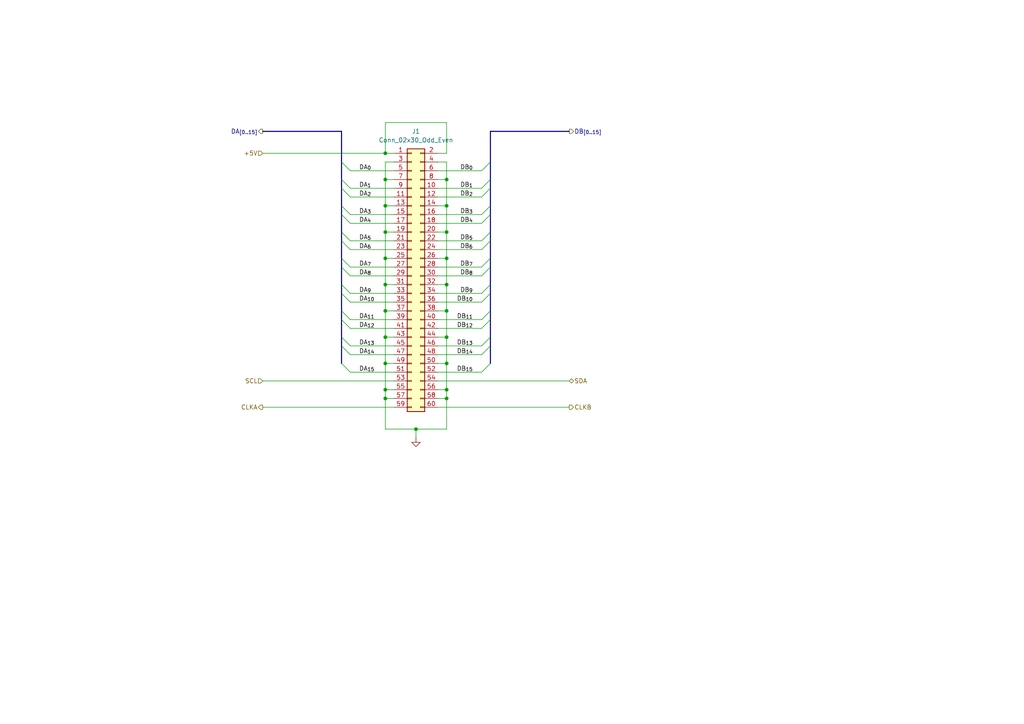
<source format=kicad_sch>
(kicad_sch (version 20231120) (generator "eeschema") (generator_version "8.0")
  (paper "A4")
  (lib_symbols
    (symbol "16717a:GND" (power) (pin_numbers hide) (pin_names (offset 0) hide)
      (symbol "GND_0_1"
        (polyline (pts (xy 0 0) (xy 0 -1.27) (xy 1.27 -1.27) (xy 0 -2.54) (xy -1.27 -1.27) (xy 0 -1.27)))
      )
      (symbol "GND_1_1"
        (pin power_in line (at 0 0 270) (length 0) (name "~") (number "1"))
      )
    )
    (symbol "Connector_Generic:Conn_02x30_Odd_Even" (pin_names (offset 1.016) hide)
      (property "Reference" "J" (at 1.27 38.1 0))
      (property "Value" "Conn_02x30_Odd_Even" (at 1.27 -40.64 0))
      (symbol "Conn_02x30_Odd_Even_1_1"
        (rectangle (start -1.27 -37.973) (end 0 -38.227) (stroke (width 0.1524)))
        (rectangle (start -1.27 -35.433) (end 0 -35.687) (stroke (width 0.1524)))
        (rectangle (start -1.27 -32.893) (end 0 -33.147) (stroke (width 0.1524)))
        (rectangle (start -1.27 -30.353) (end 0 -30.607) (stroke (width 0.1524)))
        (rectangle (start -1.27 -27.813) (end 0 -28.067) (stroke (width 0.1524)))
        (rectangle (start -1.27 -25.273) (end 0 -25.527) (stroke (width 0.1524)))
        (rectangle (start -1.27 -22.733) (end 0 -22.987) (stroke (width 0.1524)))
        (rectangle (start -1.27 -20.193) (end 0 -20.447) (stroke (width 0.1524)))
        (rectangle (start -1.27 -17.653) (end 0 -17.907) (stroke (width 0.1524)))
        (rectangle (start -1.27 -15.113) (end 0 -15.367) (stroke (width 0.1524)))
        (rectangle (start -1.27 -12.573) (end 0 -12.827) (stroke (width 0.1524)))
        (rectangle (start -1.27 -10.033) (end 0 -10.287) (stroke (width 0.1524)))
        (rectangle (start -1.27 -7.493) (end 0 -7.747) (stroke (width 0.1524)))
        (rectangle (start -1.27 -4.953) (end 0 -5.207) (stroke (width 0.1524)))
        (rectangle (start -1.27 -2.413) (end 0 -2.667) (stroke (width 0.1524)))
        (rectangle (start -1.27 0.127) (end 0 -0.127) (stroke (width 0.1524)))
        (rectangle (start -1.27 2.667) (end 0 2.413) (stroke (width 0.1524)))
        (rectangle (start -1.27 5.207) (end 0 4.953) (stroke (width 0.1524)))
        (rectangle (start -1.27 7.747) (end 0 7.493) (stroke (width 0.1524)))
        (rectangle (start -1.27 10.287) (end 0 10.033) (stroke (width 0.1524)))
        (rectangle (start -1.27 12.827) (end 0 12.573) (stroke (width 0.1524)))
        (rectangle (start -1.27 15.367) (end 0 15.113) (stroke (width 0.1524)))
        (rectangle (start -1.27 17.907) (end 0 17.653) (stroke (width 0.1524)))
        (rectangle (start -1.27 20.447) (end 0 20.193) (stroke (width 0.1524)))
        (rectangle (start -1.27 22.987) (end 0 22.733) (stroke (width 0.1524)))
        (rectangle (start -1.27 25.527) (end 0 25.273) (stroke (width 0.1524)))
        (rectangle (start -1.27 28.067) (end 0 27.813) (stroke (width 0.1524)))
        (rectangle (start -1.27 30.607) (end 0 30.353) (stroke (width 0.1524)))
        (rectangle (start -1.27 33.147) (end 0 32.893) (stroke (width 0.1524)))
        (rectangle (start -1.27 35.687) (end 0 35.433) (stroke (width 0.1524)))
        (rectangle (start -1.27 36.83) (end 3.81 -39.37) (stroke (width 0.254)) (fill (type background)))
        (rectangle (start 3.81 -37.973) (end 2.54 -38.227) (stroke (width 0.1524)))
        (rectangle (start 3.81 -35.433) (end 2.54 -35.687) (stroke (width 0.1524)))
        (rectangle (start 3.81 -32.893) (end 2.54 -33.147) (stroke (width 0.1524)))
        (rectangle (start 3.81 -30.353) (end 2.54 -30.607) (stroke (width 0.1524)))
        (rectangle (start 3.81 -27.813) (end 2.54 -28.067) (stroke (width 0.1524)))
        (rectangle (start 3.81 -25.273) (end 2.54 -25.527) (stroke (width 0.1524)))
        (rectangle (start 3.81 -22.733) (end 2.54 -22.987) (stroke (width 0.1524)))
        (rectangle (start 3.81 -20.193) (end 2.54 -20.447) (stroke (width 0.1524)))
        (rectangle (start 3.81 -17.653) (end 2.54 -17.907) (stroke (width 0.1524)))
        (rectangle (start 3.81 -15.113) (end 2.54 -15.367) (stroke (width 0.1524)))
        (rectangle (start 3.81 -12.573) (end 2.54 -12.827) (stroke (width 0.1524)))
        (rectangle (start 3.81 -10.033) (end 2.54 -10.287) (stroke (width 0.1524)))
        (rectangle (start 3.81 -7.493) (end 2.54 -7.747) (stroke (width 0.1524)))
        (rectangle (start 3.81 -4.953) (end 2.54 -5.207) (stroke (width 0.1524)))
        (rectangle (start 3.81 -2.413) (end 2.54 -2.667) (stroke (width 0.1524)))
        (rectangle (start 3.81 0.127) (end 2.54 -0.127) (stroke (width 0.1524)))
        (rectangle (start 3.81 2.667) (end 2.54 2.413) (stroke (width 0.1524)))
        (rectangle (start 3.81 5.207) (end 2.54 4.953) (stroke (width 0.1524)))
        (rectangle (start 3.81 7.747) (end 2.54 7.493) (stroke (width 0.1524)))
        (rectangle (start 3.81 10.287) (end 2.54 10.033) (stroke (width 0.1524)))
        (rectangle (start 3.81 12.827) (end 2.54 12.573) (stroke (width 0.1524)))
        (rectangle (start 3.81 15.367) (end 2.54 15.113) (stroke (width 0.1524)))
        (rectangle (start 3.81 17.907) (end 2.54 17.653) (stroke (width 0.1524)))
        (rectangle (start 3.81 20.447) (end 2.54 20.193) (stroke (width 0.1524)))
        (rectangle (start 3.81 22.987) (end 2.54 22.733) (stroke (width 0.1524)))
        (rectangle (start 3.81 25.527) (end 2.54 25.273) (stroke (width 0.1524)))
        (rectangle (start 3.81 28.067) (end 2.54 27.813) (stroke (width 0.1524)))
        (rectangle (start 3.81 30.607) (end 2.54 30.353) (stroke (width 0.1524)))
        (rectangle (start 3.81 33.147) (end 2.54 32.893) (stroke (width 0.1524)))
        (rectangle (start 3.81 35.687) (end 2.54 35.433) (stroke (width 0.1524)))
        (pin passive line (at -5.08 35.56 0) (length 3.81) (name "Pin_1") (number "1"))
        (pin passive line (at 7.62 25.4 180) (length 3.81) (name "Pin_10") (number "10"))
        (pin passive line (at -5.08 22.86 0) (length 3.81) (name "Pin_11") (number "11"))
        (pin passive line (at 7.62 22.86 180) (length 3.81) (name "Pin_12") (number "12"))
        (pin passive line (at -5.08 20.32 0) (length 3.81) (name "Pin_13") (number "13"))
        (pin passive line (at 7.62 20.32 180) (length 3.81) (name "Pin_14") (number "14"))
        (pin passive line (at -5.08 17.78 0) (length 3.81) (name "Pin_15") (number "15"))
        (pin passive line (at 7.62 17.78 180) (length 3.81) (name "Pin_16") (number "16"))
        (pin passive line (at -5.08 15.24 0) (length 3.81) (name "Pin_17") (number "17"))
        (pin passive line (at 7.62 15.24 180) (length 3.81) (name "Pin_18") (number "18"))
        (pin passive line (at -5.08 12.7 0) (length 3.81) (name "Pin_19") (number "19"))
        (pin passive line (at 7.62 35.56 180) (length 3.81) (name "Pin_2") (number "2"))
        (pin passive line (at 7.62 12.7 180) (length 3.81) (name "Pin_20") (number "20"))
        (pin passive line (at -5.08 10.16 0) (length 3.81) (name "Pin_21") (number "21"))
        (pin passive line (at 7.62 10.16 180) (length 3.81) (name "Pin_22") (number "22"))
        (pin passive line (at -5.08 7.62 0) (length 3.81) (name "Pin_23") (number "23"))
        (pin passive line (at 7.62 7.62 180) (length 3.81) (name "Pin_24") (number "24"))
        (pin passive line (at -5.08 5.08 0) (length 3.81) (name "Pin_25") (number "25"))
        (pin passive line (at 7.62 5.08 180) (length 3.81) (name "Pin_26") (number "26"))
        (pin passive line (at -5.08 2.54 0) (length 3.81) (name "Pin_27") (number "27"))
        (pin passive line (at 7.62 2.54 180) (length 3.81) (name "Pin_28") (number "28"))
        (pin passive line (at -5.08 0 0) (length 3.81) (name "Pin_29") (number "29"))
        (pin passive line (at -5.08 33.02 0) (length 3.81) (name "Pin_3") (number "3"))
        (pin passive line (at 7.62 0 180) (length 3.81) (name "Pin_30") (number "30"))
        (pin passive line (at -5.08 -2.54 0) (length 3.81) (name "Pin_31") (number "31"))
        (pin passive line (at 7.62 -2.54 180) (length 3.81) (name "Pin_32") (number "32"))
        (pin passive line (at -5.08 -5.08 0) (length 3.81) (name "Pin_33") (number "33"))
        (pin passive line (at 7.62 -5.08 180) (length 3.81) (name "Pin_34") (number "34"))
        (pin passive line (at -5.08 -7.62 0) (length 3.81) (name "Pin_35") (number "35"))
        (pin passive line (at 7.62 -7.62 180) (length 3.81) (name "Pin_36") (number "36"))
        (pin passive line (at -5.08 -10.16 0) (length 3.81) (name "Pin_37") (number "37"))
        (pin passive line (at 7.62 -10.16 180) (length 3.81) (name "Pin_38") (number "38"))
        (pin passive line (at -5.08 -12.7 0) (length 3.81) (name "Pin_39") (number "39"))
        (pin passive line (at 7.62 33.02 180) (length 3.81) (name "Pin_4") (number "4"))
        (pin passive line (at 7.62 -12.7 180) (length 3.81) (name "Pin_40") (number "40"))
        (pin passive line (at -5.08 -15.24 0) (length 3.81) (name "Pin_41") (number "41"))
        (pin passive line (at 7.62 -15.24 180) (length 3.81) (name "Pin_42") (number "42"))
        (pin passive line (at -5.08 -17.78 0) (length 3.81) (name "Pin_43") (number "43"))
        (pin passive line (at 7.62 -17.78 180) (length 3.81) (name "Pin_44") (number "44"))
        (pin passive line (at -5.08 -20.32 0) (length 3.81) (name "Pin_45") (number "45"))
        (pin passive line (at 7.62 -20.32 180) (length 3.81) (name "Pin_46") (number "46"))
        (pin passive line (at -5.08 -22.86 0) (length 3.81) (name "Pin_47") (number "47"))
        (pin passive line (at 7.62 -22.86 180) (length 3.81) (name "Pin_48") (number "48"))
        (pin passive line (at -5.08 -25.4 0) (length 3.81) (name "Pin_49") (number "49"))
        (pin passive line (at -5.08 30.48 0) (length 3.81) (name "Pin_5") (number "5"))
        (pin passive line (at 7.62 -25.4 180) (length 3.81) (name "Pin_50") (number "50"))
        (pin passive line (at -5.08 -27.94 0) (length 3.81) (name "Pin_51") (number "51"))
        (pin passive line (at 7.62 -27.94 180) (length 3.81) (name "Pin_52") (number "52"))
        (pin passive line (at -5.08 -30.48 0) (length 3.81) (name "Pin_53") (number "53"))
        (pin passive line (at 7.62 -30.48 180) (length 3.81) (name "Pin_54") (number "54"))
        (pin passive line (at -5.08 -33.02 0) (length 3.81) (name "Pin_55") (number "55"))
        (pin passive line (at 7.62 -33.02 180) (length 3.81) (name "Pin_56") (number "56"))
        (pin passive line (at -5.08 -35.56 0) (length 3.81) (name "Pin_57") (number "57"))
        (pin passive line (at 7.62 -35.56 180) (length 3.81) (name "Pin_58") (number "58"))
        (pin passive line (at -5.08 -38.1 0) (length 3.81) (name "Pin_59") (number "59"))
        (pin passive line (at 7.62 30.48 180) (length 3.81) (name "Pin_6") (number "6"))
        (pin passive line (at 7.62 -38.1 180) (length 3.81) (name "Pin_60") (number "60"))
        (pin passive line (at -5.08 27.94 0) (length 3.81) (name "Pin_7") (number "7"))
        (pin passive line (at 7.62 27.94 180) (length 3.81) (name "Pin_8") (number "8"))
        (pin passive line (at -5.08 25.4 0) (length 3.81) (name "Pin_9") (number "9"))
      )
    )
  )
  (junction (at 129.54 59.69))
  (junction (at 129.54 90.17))
  (junction (at 111.76 105.41))
  (junction (at 129.54 74.93))
  (junction (at 129.54 115.57))
  (junction (at 111.76 67.31))
  (junction (at 129.54 52.07))
  (junction (at 111.76 74.93))
  (junction (at 111.76 59.69))
  (junction (at 129.54 113.03))
  (junction (at 111.76 52.07))
  (junction (at 111.76 44.45))
  (junction (at 111.76 90.17))
  (junction (at 111.76 97.79))
  (junction (at 111.76 82.55))
  (junction (at 111.76 113.03))
  (junction (at 120.65 124.46))
  (junction (at 129.54 67.31))
  (junction (at 129.54 105.41))
  (junction (at 129.54 82.55))
  (junction (at 129.54 97.79))
  (junction (at 111.76 115.57))
  (bus_entry (at 142.24 69.85) (size -2.54 2.54))
  (bus_entry (at 99.06 97.79) (size 2.54 2.54))
  (bus_entry (at 99.06 100.33) (size 2.54 2.54))
  (bus_entry (at 99.06 67.31) (size 2.54 2.54))
  (bus_entry (at 99.06 105.41) (size 2.54 2.54))
  (bus_entry (at 99.06 52.07) (size 2.54 2.54))
  (bus_entry (at 142.24 52.07) (size -2.54 2.54))
  (bus_entry (at 99.06 62.23) (size 2.54 2.54))
  (bus_entry (at 142.24 92.71) (size -2.54 2.54))
  (bus_entry (at 99.06 85.09) (size 2.54 2.54))
  (bus_entry (at 99.06 82.55) (size 2.54 2.54))
  (bus_entry (at 142.24 77.47) (size -2.54 2.54))
  (bus_entry (at 99.06 54.61) (size 2.54 2.54))
  (bus_entry (at 142.24 74.93) (size -2.54 2.54))
  (bus_entry (at 142.24 97.79) (size -2.54 2.54))
  (bus_entry (at 142.24 90.17) (size -2.54 2.54))
  (bus_entry (at 99.06 92.71) (size 2.54 2.54))
  (bus_entry (at 99.06 74.93) (size 2.54 2.54))
  (bus_entry (at 99.06 46.99) (size 2.54 2.54))
  (bus_entry (at 142.24 46.99) (size -2.54 2.54))
  (bus_entry (at 99.06 59.69) (size 2.54 2.54))
  (bus_entry (at 99.06 77.47) (size 2.54 2.54))
  (bus_entry (at 142.24 100.33) (size -2.54 2.54))
  (bus_entry (at 99.06 90.17) (size 2.54 2.54))
  (bus_entry (at 142.24 59.69) (size -2.54 2.54))
  (bus_entry (at 142.24 62.23) (size -2.54 2.54))
  (bus_entry (at 142.24 54.61) (size -2.54 2.54))
  (bus_entry (at 99.06 69.85) (size 2.54 2.54))
  (bus_entry (at 142.24 105.41) (size -2.54 2.54))
  (bus_entry (at 142.24 67.31) (size -2.54 2.54))
  (bus_entry (at 142.24 82.55) (size -2.54 2.54))
  (bus_entry (at 142.24 85.09) (size -2.54 2.54))
  (wire (pts (xy 111.76 113.03) (xy 111.76 105.41)))
  (bus (pts (xy 99.06 74.93) (xy 99.06 77.47)))
  (wire (pts (xy 101.6 95.25) (xy 114.3 95.25)))
  (wire (pts (xy 101.6 62.23) (xy 114.3 62.23)))
  (wire (pts (xy 111.76 97.79) (xy 111.76 90.17)))
  (wire (pts (xy 127 46.99) (xy 129.54 46.99)))
  (wire (pts (xy 111.76 59.69) (xy 114.3 59.69)))
  (wire (pts (xy 111.76 59.69) (xy 111.76 52.07)))
  (bus (pts (xy 76.2 38.1) (xy 99.06 38.1)))
  (bus (pts (xy 99.06 69.85) (xy 99.06 74.93)))
  (wire (pts (xy 127 44.45) (xy 129.54 44.45)))
  (wire (pts (xy 127 67.31) (xy 129.54 67.31)))
  (wire (pts (xy 139.7 57.15) (xy 127 57.15)))
  (wire (pts (xy 129.54 90.17) (xy 129.54 97.79)))
  (wire (pts (xy 101.6 80.01) (xy 114.3 80.01)))
  (bus (pts (xy 99.06 85.09) (xy 99.06 90.17)))
  (wire (pts (xy 101.6 49.53) (xy 114.3 49.53)))
  (bus (pts (xy 142.24 54.61) (xy 142.24 59.69)))
  (wire (pts (xy 127 115.57) (xy 129.54 115.57)))
  (wire (pts (xy 139.7 54.61) (xy 127 54.61)))
  (wire (pts (xy 101.6 72.39) (xy 114.3 72.39)))
  (bus (pts (xy 99.06 46.99) (xy 99.06 52.07)))
  (wire (pts (xy 120.65 124.46) (xy 120.65 127)))
  (wire (pts (xy 111.76 90.17) (xy 111.76 82.55)))
  (bus (pts (xy 142.24 69.85) (xy 142.24 74.93)))
  (wire (pts (xy 129.54 44.45) (xy 129.54 35.56)))
  (bus (pts (xy 142.24 77.47) (xy 142.24 82.55)))
  (wire (pts (xy 111.76 124.46) (xy 111.76 115.57)))
  (wire (pts (xy 139.7 100.33) (xy 127 100.33)))
  (wire (pts (xy 111.76 82.55) (xy 114.3 82.55)))
  (bus (pts (xy 99.06 38.1) (xy 99.06 46.99)))
  (wire (pts (xy 139.7 80.01) (xy 127 80.01)))
  (wire (pts (xy 111.76 97.79) (xy 114.3 97.79)))
  (bus (pts (xy 99.06 67.31) (xy 99.06 69.85)))
  (wire (pts (xy 129.54 105.41) (xy 129.54 113.03)))
  (bus (pts (xy 99.06 62.23) (xy 99.06 67.31)))
  (wire (pts (xy 127 59.69) (xy 129.54 59.69)))
  (wire (pts (xy 111.76 105.41) (xy 114.3 105.41)))
  (wire (pts (xy 111.76 35.56) (xy 111.76 44.45)))
  (wire (pts (xy 139.7 92.71) (xy 127 92.71)))
  (wire (pts (xy 101.6 85.09) (xy 114.3 85.09)))
  (wire (pts (xy 129.54 115.57) (xy 129.54 124.46)))
  (wire (pts (xy 114.3 46.99) (xy 111.76 46.99)))
  (wire (pts (xy 111.76 113.03) (xy 114.3 113.03)))
  (bus (pts (xy 142.24 85.09) (xy 142.24 90.17)))
  (wire (pts (xy 129.54 82.55) (xy 129.54 90.17)))
  (bus (pts (xy 99.06 54.61) (xy 99.06 59.69)))
  (bus (pts (xy 99.06 90.17) (xy 99.06 92.71)))
  (wire (pts (xy 129.54 97.79) (xy 129.54 105.41)))
  (wire (pts (xy 127 82.55) (xy 129.54 82.55)))
  (wire (pts (xy 127 74.93) (xy 129.54 74.93)))
  (wire (pts (xy 127 118.11) (xy 165.1 118.11)))
  (wire (pts (xy 129.54 46.99) (xy 129.54 52.07)))
  (wire (pts (xy 127 105.41) (xy 129.54 105.41)))
  (wire (pts (xy 129.54 35.56) (xy 111.76 35.56)))
  (wire (pts (xy 139.7 64.77) (xy 127 64.77)))
  (bus (pts (xy 165.1 38.1) (xy 142.24 38.1)))
  (wire (pts (xy 101.6 87.63) (xy 114.3 87.63)))
  (wire (pts (xy 76.2 118.11) (xy 114.3 118.11)))
  (bus (pts (xy 99.06 52.07) (xy 99.06 54.61)))
  (wire (pts (xy 101.6 107.95) (xy 114.3 107.95)))
  (wire (pts (xy 101.6 69.85) (xy 114.3 69.85)))
  (wire (pts (xy 111.76 74.93) (xy 111.76 67.31)))
  (wire (pts (xy 76.2 44.45) (xy 111.76 44.45)))
  (wire (pts (xy 111.76 105.41) (xy 111.76 97.79)))
  (bus (pts (xy 99.06 77.47) (xy 99.06 82.55)))
  (wire (pts (xy 127 113.03) (xy 129.54 113.03)))
  (bus (pts (xy 142.24 59.69) (xy 142.24 62.23)))
  (wire (pts (xy 139.7 95.25) (xy 127 95.25)))
  (bus (pts (xy 142.24 67.31) (xy 142.24 69.85)))
  (wire (pts (xy 139.7 69.85) (xy 127 69.85)))
  (wire (pts (xy 111.76 67.31) (xy 114.3 67.31)))
  (bus (pts (xy 142.24 100.33) (xy 142.24 105.41)))
  (wire (pts (xy 129.54 52.07) (xy 129.54 59.69)))
  (wire (pts (xy 127 110.49) (xy 165.1 110.49)))
  (wire (pts (xy 129.54 113.03) (xy 129.54 115.57)))
  (wire (pts (xy 120.65 124.46) (xy 111.76 124.46)))
  (bus (pts (xy 142.24 92.71) (xy 142.24 97.79)))
  (bus (pts (xy 99.06 92.71) (xy 99.06 97.79)))
  (wire (pts (xy 111.76 82.55) (xy 111.76 74.93)))
  (wire (pts (xy 111.76 115.57) (xy 114.3 115.57)))
  (wire (pts (xy 139.7 77.47) (xy 127 77.47)))
  (wire (pts (xy 129.54 124.46) (xy 120.65 124.46)))
  (wire (pts (xy 76.2 110.49) (xy 114.3 110.49)))
  (wire (pts (xy 139.7 49.53) (xy 127 49.53)))
  (wire (pts (xy 111.76 44.45) (xy 114.3 44.45)))
  (wire (pts (xy 111.76 74.93) (xy 114.3 74.93)))
  (bus (pts (xy 142.24 97.79) (xy 142.24 100.33)))
  (wire (pts (xy 101.6 54.61) (xy 114.3 54.61)))
  (wire (pts (xy 139.7 107.95) (xy 127 107.95)))
  (wire (pts (xy 111.76 67.31) (xy 111.76 59.69)))
  (wire (pts (xy 111.76 90.17) (xy 114.3 90.17)))
  (wire (pts (xy 111.76 115.57) (xy 111.76 113.03)))
  (wire (pts (xy 139.7 102.87) (xy 127 102.87)))
  (wire (pts (xy 139.7 62.23) (xy 127 62.23)))
  (bus (pts (xy 99.06 59.69) (xy 99.06 62.23)))
  (wire (pts (xy 101.6 77.47) (xy 114.3 77.47)))
  (bus (pts (xy 142.24 62.23) (xy 142.24 67.31)))
  (wire (pts (xy 139.7 85.09) (xy 127 85.09)))
  (wire (pts (xy 111.76 52.07) (xy 114.3 52.07)))
  (bus (pts (xy 142.24 46.99) (xy 142.24 52.07)))
  (wire (pts (xy 129.54 74.93) (xy 129.54 82.55)))
  (wire (pts (xy 127 52.07) (xy 129.54 52.07)))
  (wire (pts (xy 127 90.17) (xy 129.54 90.17)))
  (bus (pts (xy 142.24 74.93) (xy 142.24 77.47)))
  (wire (pts (xy 139.7 87.63) (xy 127 87.63)))
  (wire (pts (xy 129.54 59.69) (xy 129.54 67.31)))
  (wire (pts (xy 139.7 72.39) (xy 127 72.39)))
  (wire (pts (xy 127 97.79) (xy 129.54 97.79)))
  (wire (pts (xy 101.6 57.15) (xy 114.3 57.15)))
  (wire (pts (xy 101.6 92.71) (xy 114.3 92.71)))
  (wire (pts (xy 129.54 67.31) (xy 129.54 74.93)))
  (wire (pts (xy 101.6 64.77) (xy 114.3 64.77)))
  (bus (pts (xy 99.06 82.55) (xy 99.06 85.09)))
  (bus (pts (xy 142.24 38.1) (xy 142.24 46.99)))
  (wire (pts (xy 101.6 100.33) (xy 114.3 100.33)))
  (bus (pts (xy 142.24 90.17) (xy 142.24 92.71)))
  (bus (pts (xy 142.24 52.07) (xy 142.24 54.61)))
  (bus (pts (xy 99.06 97.79) (xy 99.06 100.33)))
  (bus (pts (xy 99.06 100.33) (xy 99.06 105.41)))
  (bus (pts (xy 142.24 82.55) (xy 142.24 85.09)))
  (wire (pts (xy 111.76 46.99) (xy 111.76 52.07)))
  (wire (pts (xy 101.6 102.87) (xy 114.3 102.87)))
  (label "DA_{8}" (at 104.14 80.01 0))
  (label "DB_{13}" (at 137.16 100.33 180))
  (label "DA_{5}" (at 104.14 69.85 0))
  (label "DA_{15}" (at 104.14 107.95 0))
  (label "DA_{9}" (at 104.14 85.09 0))
  (label "DA_{12}" (at 104.14 95.25 0))
  (label "DB_{15}" (at 137.16 107.95 180))
  (label "DA_{6}" (at 104.14 72.39 0))
  (label "DB_{8}" (at 137.16 80.01 180))
  (label "DB_{5}" (at 137.16 69.85 180))
  (label "DB_{11}" (at 137.16 92.71 180))
  (label "DB_{10}" (at 137.16 87.63 180))
  (label "DA_{2}" (at 104.14 57.15 0))
  (label "DA_{4}" (at 104.14 64.77 0))
  (label "DB_{6}" (at 137.16 72.39 180))
  (label "DB_{2}" (at 137.16 57.15 180))
  (label "DA_{3}" (at 104.14 62.23 0))
  (label "DB_{7}" (at 137.16 77.47 180))
  (label "DA_{7}" (at 104.14 77.47 0))
  (label "DB_{9}" (at 137.16 85.09 180))
  (label "DB_{0}" (at 137.16 49.53 180))
  (label "DB_{14}" (at 137.16 102.87 180))
  (label "DB_{3}" (at 137.16 62.23 180))
  (label "DB_{12}" (at 137.16 95.25 180))
  (label "DA_{10}" (at 104.14 87.63 0))
  (label "DA_{11}" (at 104.14 92.71 0))
  (label "DB_{4}" (at 137.16 64.77 180))
  (label "DA_{1}" (at 104.14 54.61 0))
  (label "DB_{1}" (at 137.16 54.61 180))
  (label "DA_{14}" (at 104.14 102.87 0))
  (label "DA_{13}" (at 104.14 100.33 0))
  (label "DA_{0}" (at 104.14 49.53 0))
  (hierarchical_label "CLKA" (shape output) (at 76.2 118.11 180))
  (hierarchical_label "SCL" (shape input) (at 76.2 110.49 180))
  (hierarchical_label "DB_{[0..15]}" (shape output) (at 165.1 38.1 0))
  (hierarchical_label "+5V" (shape input) (at 76.2 44.45 180))
  (hierarchical_label "SDA" (shape bidirectional) (at 165.1 110.49 0))
  (hierarchical_label "CLKB" (shape output) (at 165.1 118.11 0))
  (hierarchical_label "DA_{[0..15]}" (shape output) (at 76.2 38.1 180))
  (symbol (lib_id "Connector_Generic:Conn_02x30_Odd_Even") (at 119.38 80.01 0) (unit 1)
    (property "Reference" "J1" (at 120.65 38.1 0))
    (property "Value" "Conn_02x30_Odd_Even" (at 120.65 40.64 0))
    (property "Footprint" "fp:Probe_Connector_MountingHoles" (effects (hide yes)))
    (property "Description" "Generic connector, double row, 02x30, odd/even pin numbering scheme (row 1 odd numbers, row 2 even numbers), script generated (kicad-library-utils/schlib/autogen/connector/)" (effects (hide yes)))
    (instances (project "" (path "" (reference "J1") (unit 1)) (path "" (reference "J2") (unit 1))))
  )
  (symbol (lib_id "16717a:GND") (at 120.65 127 0) (unit 1)
    (property "Reference" "#PWR0172" (effects (hide yes)))
    (property "Value" "GND" (effects (hide yes)))
    (property "Description" "Power symbol creates a global label with name \"GND\" , ground" (effects (hide yes)))
    (instances (project "" (path "" (reference "#PWR0172") (unit 1)) (path "" (reference "#PWR0181") (unit 1))))
  )
)
</source>
